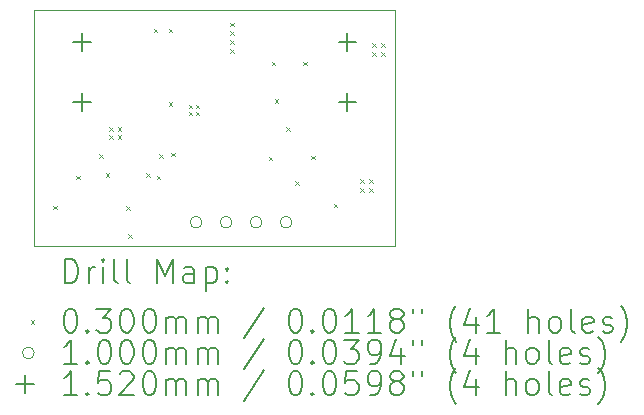
<source format=gbr>
%TF.GenerationSoftware,KiCad,Pcbnew,7.0.11+dfsg-1build4*%
%TF.CreationDate,2025-07-05T19:07:16+02:00*%
%TF.ProjectId,25487,32353438-372e-46b6-9963-61645f706362,rev?*%
%TF.SameCoordinates,Original*%
%TF.FileFunction,Drillmap*%
%TF.FilePolarity,Positive*%
%FSLAX45Y45*%
G04 Gerber Fmt 4.5, Leading zero omitted, Abs format (unit mm)*
G04 Created by KiCad (PCBNEW 7.0.11+dfsg-1build4) date 2025-07-05 19:07:16*
%MOMM*%
%LPD*%
G01*
G04 APERTURE LIST*
%ADD10C,0.050000*%
%ADD11C,0.200000*%
%ADD12C,0.100000*%
%ADD13C,0.152000*%
G04 APERTURE END LIST*
D10*
X10000000Y-10000000D02*
X13050000Y-10000000D01*
X13050000Y-12000000D01*
X10000000Y-12000000D01*
X10000000Y-10000000D01*
D11*
D12*
X10160000Y-11660000D02*
X10190000Y-11690000D01*
X10190000Y-11660000D02*
X10160000Y-11690000D01*
X10355000Y-11405000D02*
X10385000Y-11435000D01*
X10385000Y-11405000D02*
X10355000Y-11435000D01*
X10546500Y-11226250D02*
X10576500Y-11256250D01*
X10576500Y-11226250D02*
X10546500Y-11256250D01*
X10605000Y-11385000D02*
X10635000Y-11415000D01*
X10635000Y-11385000D02*
X10605000Y-11415000D01*
X10635000Y-10995000D02*
X10665000Y-11025000D01*
X10665000Y-10995000D02*
X10635000Y-11025000D01*
X10635000Y-11065000D02*
X10665000Y-11095000D01*
X10665000Y-11065000D02*
X10635000Y-11095000D01*
X10705000Y-10995000D02*
X10735000Y-11025000D01*
X10735000Y-10995000D02*
X10705000Y-11025000D01*
X10705000Y-11065000D02*
X10735000Y-11095000D01*
X10735000Y-11065000D02*
X10705000Y-11095000D01*
X10775000Y-11665000D02*
X10805000Y-11695000D01*
X10805000Y-11665000D02*
X10775000Y-11695000D01*
X10795000Y-11900000D02*
X10825000Y-11930000D01*
X10825000Y-11900000D02*
X10795000Y-11930000D01*
X10945000Y-11385000D02*
X10975000Y-11415000D01*
X10975000Y-11385000D02*
X10945000Y-11415000D01*
X11010000Y-10160000D02*
X11040000Y-10190000D01*
X11040000Y-10160000D02*
X11010000Y-10190000D01*
X11036129Y-11405318D02*
X11066129Y-11435318D01*
X11066129Y-11405318D02*
X11036129Y-11435318D01*
X11054500Y-11226250D02*
X11084500Y-11256250D01*
X11084500Y-11226250D02*
X11054500Y-11256250D01*
X11135000Y-10160000D02*
X11165000Y-10190000D01*
X11165000Y-10160000D02*
X11135000Y-10190000D01*
X11135000Y-10785000D02*
X11165000Y-10815000D01*
X11165000Y-10785000D02*
X11135000Y-10815000D01*
X11160000Y-11210000D02*
X11190000Y-11240000D01*
X11190000Y-11210000D02*
X11160000Y-11240000D01*
X11305000Y-10805000D02*
X11335000Y-10835000D01*
X11335000Y-10805000D02*
X11305000Y-10835000D01*
X11305000Y-10865000D02*
X11335000Y-10895000D01*
X11335000Y-10865000D02*
X11305000Y-10895000D01*
X11365000Y-10805000D02*
X11395000Y-10835000D01*
X11395000Y-10805000D02*
X11365000Y-10835000D01*
X11365000Y-10865000D02*
X11395000Y-10895000D01*
X11395000Y-10865000D02*
X11365000Y-10895000D01*
X11655000Y-10110000D02*
X11685000Y-10140000D01*
X11685000Y-10110000D02*
X11655000Y-10140000D01*
X11655000Y-10185000D02*
X11685000Y-10215000D01*
X11685000Y-10185000D02*
X11655000Y-10215000D01*
X11655000Y-10260000D02*
X11685000Y-10290000D01*
X11685000Y-10260000D02*
X11655000Y-10290000D01*
X11655000Y-10335000D02*
X11685000Y-10365000D01*
X11685000Y-10335000D02*
X11655000Y-10365000D01*
X11985000Y-11245000D02*
X12015000Y-11275000D01*
X12015000Y-11245000D02*
X11985000Y-11275000D01*
X12010000Y-10442500D02*
X12040000Y-10472500D01*
X12040000Y-10442500D02*
X12010000Y-10472500D01*
X12033750Y-10758750D02*
X12063750Y-10788750D01*
X12063750Y-10758750D02*
X12033750Y-10788750D01*
X12130000Y-10995000D02*
X12160000Y-11025000D01*
X12160000Y-10995000D02*
X12130000Y-11025000D01*
X12205361Y-11451000D02*
X12235361Y-11481000D01*
X12235361Y-11451000D02*
X12205361Y-11481000D01*
X12275000Y-10442500D02*
X12305000Y-10472500D01*
X12305000Y-10442500D02*
X12275000Y-10472500D01*
X12345000Y-11235000D02*
X12375000Y-11265000D01*
X12375000Y-11235000D02*
X12345000Y-11265000D01*
X12535000Y-11643750D02*
X12565000Y-11673750D01*
X12565000Y-11643750D02*
X12535000Y-11673750D01*
X12760000Y-11435000D02*
X12790000Y-11465000D01*
X12790000Y-11435000D02*
X12760000Y-11465000D01*
X12760000Y-11510000D02*
X12790000Y-11540000D01*
X12790000Y-11510000D02*
X12760000Y-11540000D01*
X12835000Y-11435000D02*
X12865000Y-11465000D01*
X12865000Y-11435000D02*
X12835000Y-11465000D01*
X12835000Y-11510000D02*
X12865000Y-11540000D01*
X12865000Y-11510000D02*
X12835000Y-11540000D01*
X12860000Y-10285000D02*
X12890000Y-10315000D01*
X12890000Y-10285000D02*
X12860000Y-10315000D01*
X12860000Y-10360000D02*
X12890000Y-10390000D01*
X12890000Y-10360000D02*
X12860000Y-10390000D01*
X12935000Y-10285000D02*
X12965000Y-10315000D01*
X12965000Y-10285000D02*
X12935000Y-10315000D01*
X12935000Y-10360000D02*
X12965000Y-10390000D01*
X12965000Y-10360000D02*
X12935000Y-10390000D01*
X11418000Y-11800000D02*
G75*
G03*
X11318000Y-11800000I-50000J0D01*
G01*
X11318000Y-11800000D02*
G75*
G03*
X11418000Y-11800000I50000J0D01*
G01*
X11672000Y-11800000D02*
G75*
G03*
X11572000Y-11800000I-50000J0D01*
G01*
X11572000Y-11800000D02*
G75*
G03*
X11672000Y-11800000I50000J0D01*
G01*
X11926000Y-11800000D02*
G75*
G03*
X11826000Y-11800000I-50000J0D01*
G01*
X11826000Y-11800000D02*
G75*
G03*
X11926000Y-11800000I50000J0D01*
G01*
X12180000Y-11800000D02*
G75*
G03*
X12080000Y-11800000I-50000J0D01*
G01*
X12080000Y-11800000D02*
G75*
G03*
X12180000Y-11800000I50000J0D01*
G01*
D13*
X10400000Y-10199000D02*
X10400000Y-10351000D01*
X10324000Y-10275000D02*
X10476000Y-10275000D01*
X10400000Y-10707000D02*
X10400000Y-10859000D01*
X10324000Y-10783000D02*
X10476000Y-10783000D01*
X12650000Y-10195000D02*
X12650000Y-10347000D01*
X12574000Y-10271000D02*
X12726000Y-10271000D01*
X12650000Y-10703000D02*
X12650000Y-10855000D01*
X12574000Y-10779000D02*
X12726000Y-10779000D01*
D11*
X10258277Y-12313984D02*
X10258277Y-12113984D01*
X10258277Y-12113984D02*
X10305896Y-12113984D01*
X10305896Y-12113984D02*
X10334467Y-12123508D01*
X10334467Y-12123508D02*
X10353515Y-12142555D01*
X10353515Y-12142555D02*
X10363039Y-12161603D01*
X10363039Y-12161603D02*
X10372563Y-12199698D01*
X10372563Y-12199698D02*
X10372563Y-12228269D01*
X10372563Y-12228269D02*
X10363039Y-12266365D01*
X10363039Y-12266365D02*
X10353515Y-12285412D01*
X10353515Y-12285412D02*
X10334467Y-12304460D01*
X10334467Y-12304460D02*
X10305896Y-12313984D01*
X10305896Y-12313984D02*
X10258277Y-12313984D01*
X10458277Y-12313984D02*
X10458277Y-12180650D01*
X10458277Y-12218746D02*
X10467801Y-12199698D01*
X10467801Y-12199698D02*
X10477324Y-12190174D01*
X10477324Y-12190174D02*
X10496372Y-12180650D01*
X10496372Y-12180650D02*
X10515420Y-12180650D01*
X10582086Y-12313984D02*
X10582086Y-12180650D01*
X10582086Y-12113984D02*
X10572563Y-12123508D01*
X10572563Y-12123508D02*
X10582086Y-12133031D01*
X10582086Y-12133031D02*
X10591610Y-12123508D01*
X10591610Y-12123508D02*
X10582086Y-12113984D01*
X10582086Y-12113984D02*
X10582086Y-12133031D01*
X10705896Y-12313984D02*
X10686848Y-12304460D01*
X10686848Y-12304460D02*
X10677324Y-12285412D01*
X10677324Y-12285412D02*
X10677324Y-12113984D01*
X10810658Y-12313984D02*
X10791610Y-12304460D01*
X10791610Y-12304460D02*
X10782086Y-12285412D01*
X10782086Y-12285412D02*
X10782086Y-12113984D01*
X11039229Y-12313984D02*
X11039229Y-12113984D01*
X11039229Y-12113984D02*
X11105896Y-12256841D01*
X11105896Y-12256841D02*
X11172563Y-12113984D01*
X11172563Y-12113984D02*
X11172563Y-12313984D01*
X11353515Y-12313984D02*
X11353515Y-12209222D01*
X11353515Y-12209222D02*
X11343991Y-12190174D01*
X11343991Y-12190174D02*
X11324943Y-12180650D01*
X11324943Y-12180650D02*
X11286848Y-12180650D01*
X11286848Y-12180650D02*
X11267801Y-12190174D01*
X11353515Y-12304460D02*
X11334467Y-12313984D01*
X11334467Y-12313984D02*
X11286848Y-12313984D01*
X11286848Y-12313984D02*
X11267801Y-12304460D01*
X11267801Y-12304460D02*
X11258277Y-12285412D01*
X11258277Y-12285412D02*
X11258277Y-12266365D01*
X11258277Y-12266365D02*
X11267801Y-12247317D01*
X11267801Y-12247317D02*
X11286848Y-12237793D01*
X11286848Y-12237793D02*
X11334467Y-12237793D01*
X11334467Y-12237793D02*
X11353515Y-12228269D01*
X11448753Y-12180650D02*
X11448753Y-12380650D01*
X11448753Y-12190174D02*
X11467801Y-12180650D01*
X11467801Y-12180650D02*
X11505896Y-12180650D01*
X11505896Y-12180650D02*
X11524943Y-12190174D01*
X11524943Y-12190174D02*
X11534467Y-12199698D01*
X11534467Y-12199698D02*
X11543991Y-12218746D01*
X11543991Y-12218746D02*
X11543991Y-12275888D01*
X11543991Y-12275888D02*
X11534467Y-12294936D01*
X11534467Y-12294936D02*
X11524943Y-12304460D01*
X11524943Y-12304460D02*
X11505896Y-12313984D01*
X11505896Y-12313984D02*
X11467801Y-12313984D01*
X11467801Y-12313984D02*
X11448753Y-12304460D01*
X11629705Y-12294936D02*
X11639229Y-12304460D01*
X11639229Y-12304460D02*
X11629705Y-12313984D01*
X11629705Y-12313984D02*
X11620182Y-12304460D01*
X11620182Y-12304460D02*
X11629705Y-12294936D01*
X11629705Y-12294936D02*
X11629705Y-12313984D01*
X11629705Y-12190174D02*
X11639229Y-12199698D01*
X11639229Y-12199698D02*
X11629705Y-12209222D01*
X11629705Y-12209222D02*
X11620182Y-12199698D01*
X11620182Y-12199698D02*
X11629705Y-12190174D01*
X11629705Y-12190174D02*
X11629705Y-12209222D01*
D12*
X9967500Y-12627500D02*
X9997500Y-12657500D01*
X9997500Y-12627500D02*
X9967500Y-12657500D01*
D11*
X10296372Y-12533984D02*
X10315420Y-12533984D01*
X10315420Y-12533984D02*
X10334467Y-12543508D01*
X10334467Y-12543508D02*
X10343991Y-12553031D01*
X10343991Y-12553031D02*
X10353515Y-12572079D01*
X10353515Y-12572079D02*
X10363039Y-12610174D01*
X10363039Y-12610174D02*
X10363039Y-12657793D01*
X10363039Y-12657793D02*
X10353515Y-12695888D01*
X10353515Y-12695888D02*
X10343991Y-12714936D01*
X10343991Y-12714936D02*
X10334467Y-12724460D01*
X10334467Y-12724460D02*
X10315420Y-12733984D01*
X10315420Y-12733984D02*
X10296372Y-12733984D01*
X10296372Y-12733984D02*
X10277324Y-12724460D01*
X10277324Y-12724460D02*
X10267801Y-12714936D01*
X10267801Y-12714936D02*
X10258277Y-12695888D01*
X10258277Y-12695888D02*
X10248753Y-12657793D01*
X10248753Y-12657793D02*
X10248753Y-12610174D01*
X10248753Y-12610174D02*
X10258277Y-12572079D01*
X10258277Y-12572079D02*
X10267801Y-12553031D01*
X10267801Y-12553031D02*
X10277324Y-12543508D01*
X10277324Y-12543508D02*
X10296372Y-12533984D01*
X10448753Y-12714936D02*
X10458277Y-12724460D01*
X10458277Y-12724460D02*
X10448753Y-12733984D01*
X10448753Y-12733984D02*
X10439229Y-12724460D01*
X10439229Y-12724460D02*
X10448753Y-12714936D01*
X10448753Y-12714936D02*
X10448753Y-12733984D01*
X10524944Y-12533984D02*
X10648753Y-12533984D01*
X10648753Y-12533984D02*
X10582086Y-12610174D01*
X10582086Y-12610174D02*
X10610658Y-12610174D01*
X10610658Y-12610174D02*
X10629705Y-12619698D01*
X10629705Y-12619698D02*
X10639229Y-12629222D01*
X10639229Y-12629222D02*
X10648753Y-12648269D01*
X10648753Y-12648269D02*
X10648753Y-12695888D01*
X10648753Y-12695888D02*
X10639229Y-12714936D01*
X10639229Y-12714936D02*
X10629705Y-12724460D01*
X10629705Y-12724460D02*
X10610658Y-12733984D01*
X10610658Y-12733984D02*
X10553515Y-12733984D01*
X10553515Y-12733984D02*
X10534467Y-12724460D01*
X10534467Y-12724460D02*
X10524944Y-12714936D01*
X10772563Y-12533984D02*
X10791610Y-12533984D01*
X10791610Y-12533984D02*
X10810658Y-12543508D01*
X10810658Y-12543508D02*
X10820182Y-12553031D01*
X10820182Y-12553031D02*
X10829705Y-12572079D01*
X10829705Y-12572079D02*
X10839229Y-12610174D01*
X10839229Y-12610174D02*
X10839229Y-12657793D01*
X10839229Y-12657793D02*
X10829705Y-12695888D01*
X10829705Y-12695888D02*
X10820182Y-12714936D01*
X10820182Y-12714936D02*
X10810658Y-12724460D01*
X10810658Y-12724460D02*
X10791610Y-12733984D01*
X10791610Y-12733984D02*
X10772563Y-12733984D01*
X10772563Y-12733984D02*
X10753515Y-12724460D01*
X10753515Y-12724460D02*
X10743991Y-12714936D01*
X10743991Y-12714936D02*
X10734467Y-12695888D01*
X10734467Y-12695888D02*
X10724944Y-12657793D01*
X10724944Y-12657793D02*
X10724944Y-12610174D01*
X10724944Y-12610174D02*
X10734467Y-12572079D01*
X10734467Y-12572079D02*
X10743991Y-12553031D01*
X10743991Y-12553031D02*
X10753515Y-12543508D01*
X10753515Y-12543508D02*
X10772563Y-12533984D01*
X10963039Y-12533984D02*
X10982086Y-12533984D01*
X10982086Y-12533984D02*
X11001134Y-12543508D01*
X11001134Y-12543508D02*
X11010658Y-12553031D01*
X11010658Y-12553031D02*
X11020182Y-12572079D01*
X11020182Y-12572079D02*
X11029705Y-12610174D01*
X11029705Y-12610174D02*
X11029705Y-12657793D01*
X11029705Y-12657793D02*
X11020182Y-12695888D01*
X11020182Y-12695888D02*
X11010658Y-12714936D01*
X11010658Y-12714936D02*
X11001134Y-12724460D01*
X11001134Y-12724460D02*
X10982086Y-12733984D01*
X10982086Y-12733984D02*
X10963039Y-12733984D01*
X10963039Y-12733984D02*
X10943991Y-12724460D01*
X10943991Y-12724460D02*
X10934467Y-12714936D01*
X10934467Y-12714936D02*
X10924944Y-12695888D01*
X10924944Y-12695888D02*
X10915420Y-12657793D01*
X10915420Y-12657793D02*
X10915420Y-12610174D01*
X10915420Y-12610174D02*
X10924944Y-12572079D01*
X10924944Y-12572079D02*
X10934467Y-12553031D01*
X10934467Y-12553031D02*
X10943991Y-12543508D01*
X10943991Y-12543508D02*
X10963039Y-12533984D01*
X11115420Y-12733984D02*
X11115420Y-12600650D01*
X11115420Y-12619698D02*
X11124944Y-12610174D01*
X11124944Y-12610174D02*
X11143991Y-12600650D01*
X11143991Y-12600650D02*
X11172563Y-12600650D01*
X11172563Y-12600650D02*
X11191610Y-12610174D01*
X11191610Y-12610174D02*
X11201134Y-12629222D01*
X11201134Y-12629222D02*
X11201134Y-12733984D01*
X11201134Y-12629222D02*
X11210658Y-12610174D01*
X11210658Y-12610174D02*
X11229705Y-12600650D01*
X11229705Y-12600650D02*
X11258277Y-12600650D01*
X11258277Y-12600650D02*
X11277324Y-12610174D01*
X11277324Y-12610174D02*
X11286848Y-12629222D01*
X11286848Y-12629222D02*
X11286848Y-12733984D01*
X11382086Y-12733984D02*
X11382086Y-12600650D01*
X11382086Y-12619698D02*
X11391610Y-12610174D01*
X11391610Y-12610174D02*
X11410658Y-12600650D01*
X11410658Y-12600650D02*
X11439229Y-12600650D01*
X11439229Y-12600650D02*
X11458277Y-12610174D01*
X11458277Y-12610174D02*
X11467801Y-12629222D01*
X11467801Y-12629222D02*
X11467801Y-12733984D01*
X11467801Y-12629222D02*
X11477324Y-12610174D01*
X11477324Y-12610174D02*
X11496372Y-12600650D01*
X11496372Y-12600650D02*
X11524943Y-12600650D01*
X11524943Y-12600650D02*
X11543991Y-12610174D01*
X11543991Y-12610174D02*
X11553515Y-12629222D01*
X11553515Y-12629222D02*
X11553515Y-12733984D01*
X11943991Y-12524460D02*
X11772563Y-12781603D01*
X12201134Y-12533984D02*
X12220182Y-12533984D01*
X12220182Y-12533984D02*
X12239229Y-12543508D01*
X12239229Y-12543508D02*
X12248753Y-12553031D01*
X12248753Y-12553031D02*
X12258277Y-12572079D01*
X12258277Y-12572079D02*
X12267801Y-12610174D01*
X12267801Y-12610174D02*
X12267801Y-12657793D01*
X12267801Y-12657793D02*
X12258277Y-12695888D01*
X12258277Y-12695888D02*
X12248753Y-12714936D01*
X12248753Y-12714936D02*
X12239229Y-12724460D01*
X12239229Y-12724460D02*
X12220182Y-12733984D01*
X12220182Y-12733984D02*
X12201134Y-12733984D01*
X12201134Y-12733984D02*
X12182086Y-12724460D01*
X12182086Y-12724460D02*
X12172563Y-12714936D01*
X12172563Y-12714936D02*
X12163039Y-12695888D01*
X12163039Y-12695888D02*
X12153515Y-12657793D01*
X12153515Y-12657793D02*
X12153515Y-12610174D01*
X12153515Y-12610174D02*
X12163039Y-12572079D01*
X12163039Y-12572079D02*
X12172563Y-12553031D01*
X12172563Y-12553031D02*
X12182086Y-12543508D01*
X12182086Y-12543508D02*
X12201134Y-12533984D01*
X12353515Y-12714936D02*
X12363039Y-12724460D01*
X12363039Y-12724460D02*
X12353515Y-12733984D01*
X12353515Y-12733984D02*
X12343991Y-12724460D01*
X12343991Y-12724460D02*
X12353515Y-12714936D01*
X12353515Y-12714936D02*
X12353515Y-12733984D01*
X12486848Y-12533984D02*
X12505896Y-12533984D01*
X12505896Y-12533984D02*
X12524944Y-12543508D01*
X12524944Y-12543508D02*
X12534467Y-12553031D01*
X12534467Y-12553031D02*
X12543991Y-12572079D01*
X12543991Y-12572079D02*
X12553515Y-12610174D01*
X12553515Y-12610174D02*
X12553515Y-12657793D01*
X12553515Y-12657793D02*
X12543991Y-12695888D01*
X12543991Y-12695888D02*
X12534467Y-12714936D01*
X12534467Y-12714936D02*
X12524944Y-12724460D01*
X12524944Y-12724460D02*
X12505896Y-12733984D01*
X12505896Y-12733984D02*
X12486848Y-12733984D01*
X12486848Y-12733984D02*
X12467801Y-12724460D01*
X12467801Y-12724460D02*
X12458277Y-12714936D01*
X12458277Y-12714936D02*
X12448753Y-12695888D01*
X12448753Y-12695888D02*
X12439229Y-12657793D01*
X12439229Y-12657793D02*
X12439229Y-12610174D01*
X12439229Y-12610174D02*
X12448753Y-12572079D01*
X12448753Y-12572079D02*
X12458277Y-12553031D01*
X12458277Y-12553031D02*
X12467801Y-12543508D01*
X12467801Y-12543508D02*
X12486848Y-12533984D01*
X12743991Y-12733984D02*
X12629706Y-12733984D01*
X12686848Y-12733984D02*
X12686848Y-12533984D01*
X12686848Y-12533984D02*
X12667801Y-12562555D01*
X12667801Y-12562555D02*
X12648753Y-12581603D01*
X12648753Y-12581603D02*
X12629706Y-12591127D01*
X12934467Y-12733984D02*
X12820182Y-12733984D01*
X12877325Y-12733984D02*
X12877325Y-12533984D01*
X12877325Y-12533984D02*
X12858277Y-12562555D01*
X12858277Y-12562555D02*
X12839229Y-12581603D01*
X12839229Y-12581603D02*
X12820182Y-12591127D01*
X13048753Y-12619698D02*
X13029706Y-12610174D01*
X13029706Y-12610174D02*
X13020182Y-12600650D01*
X13020182Y-12600650D02*
X13010658Y-12581603D01*
X13010658Y-12581603D02*
X13010658Y-12572079D01*
X13010658Y-12572079D02*
X13020182Y-12553031D01*
X13020182Y-12553031D02*
X13029706Y-12543508D01*
X13029706Y-12543508D02*
X13048753Y-12533984D01*
X13048753Y-12533984D02*
X13086848Y-12533984D01*
X13086848Y-12533984D02*
X13105896Y-12543508D01*
X13105896Y-12543508D02*
X13115420Y-12553031D01*
X13115420Y-12553031D02*
X13124944Y-12572079D01*
X13124944Y-12572079D02*
X13124944Y-12581603D01*
X13124944Y-12581603D02*
X13115420Y-12600650D01*
X13115420Y-12600650D02*
X13105896Y-12610174D01*
X13105896Y-12610174D02*
X13086848Y-12619698D01*
X13086848Y-12619698D02*
X13048753Y-12619698D01*
X13048753Y-12619698D02*
X13029706Y-12629222D01*
X13029706Y-12629222D02*
X13020182Y-12638746D01*
X13020182Y-12638746D02*
X13010658Y-12657793D01*
X13010658Y-12657793D02*
X13010658Y-12695888D01*
X13010658Y-12695888D02*
X13020182Y-12714936D01*
X13020182Y-12714936D02*
X13029706Y-12724460D01*
X13029706Y-12724460D02*
X13048753Y-12733984D01*
X13048753Y-12733984D02*
X13086848Y-12733984D01*
X13086848Y-12733984D02*
X13105896Y-12724460D01*
X13105896Y-12724460D02*
X13115420Y-12714936D01*
X13115420Y-12714936D02*
X13124944Y-12695888D01*
X13124944Y-12695888D02*
X13124944Y-12657793D01*
X13124944Y-12657793D02*
X13115420Y-12638746D01*
X13115420Y-12638746D02*
X13105896Y-12629222D01*
X13105896Y-12629222D02*
X13086848Y-12619698D01*
X13201134Y-12533984D02*
X13201134Y-12572079D01*
X13277325Y-12533984D02*
X13277325Y-12572079D01*
X13572563Y-12810174D02*
X13563039Y-12800650D01*
X13563039Y-12800650D02*
X13543991Y-12772079D01*
X13543991Y-12772079D02*
X13534468Y-12753031D01*
X13534468Y-12753031D02*
X13524944Y-12724460D01*
X13524944Y-12724460D02*
X13515420Y-12676841D01*
X13515420Y-12676841D02*
X13515420Y-12638746D01*
X13515420Y-12638746D02*
X13524944Y-12591127D01*
X13524944Y-12591127D02*
X13534468Y-12562555D01*
X13534468Y-12562555D02*
X13543991Y-12543508D01*
X13543991Y-12543508D02*
X13563039Y-12514936D01*
X13563039Y-12514936D02*
X13572563Y-12505412D01*
X13734468Y-12600650D02*
X13734468Y-12733984D01*
X13686848Y-12524460D02*
X13639229Y-12667317D01*
X13639229Y-12667317D02*
X13763039Y-12667317D01*
X13943991Y-12733984D02*
X13829706Y-12733984D01*
X13886848Y-12733984D02*
X13886848Y-12533984D01*
X13886848Y-12533984D02*
X13867801Y-12562555D01*
X13867801Y-12562555D02*
X13848753Y-12581603D01*
X13848753Y-12581603D02*
X13829706Y-12591127D01*
X14182087Y-12733984D02*
X14182087Y-12533984D01*
X14267801Y-12733984D02*
X14267801Y-12629222D01*
X14267801Y-12629222D02*
X14258277Y-12610174D01*
X14258277Y-12610174D02*
X14239230Y-12600650D01*
X14239230Y-12600650D02*
X14210658Y-12600650D01*
X14210658Y-12600650D02*
X14191610Y-12610174D01*
X14191610Y-12610174D02*
X14182087Y-12619698D01*
X14391610Y-12733984D02*
X14372563Y-12724460D01*
X14372563Y-12724460D02*
X14363039Y-12714936D01*
X14363039Y-12714936D02*
X14353515Y-12695888D01*
X14353515Y-12695888D02*
X14353515Y-12638746D01*
X14353515Y-12638746D02*
X14363039Y-12619698D01*
X14363039Y-12619698D02*
X14372563Y-12610174D01*
X14372563Y-12610174D02*
X14391610Y-12600650D01*
X14391610Y-12600650D02*
X14420182Y-12600650D01*
X14420182Y-12600650D02*
X14439230Y-12610174D01*
X14439230Y-12610174D02*
X14448753Y-12619698D01*
X14448753Y-12619698D02*
X14458277Y-12638746D01*
X14458277Y-12638746D02*
X14458277Y-12695888D01*
X14458277Y-12695888D02*
X14448753Y-12714936D01*
X14448753Y-12714936D02*
X14439230Y-12724460D01*
X14439230Y-12724460D02*
X14420182Y-12733984D01*
X14420182Y-12733984D02*
X14391610Y-12733984D01*
X14572563Y-12733984D02*
X14553515Y-12724460D01*
X14553515Y-12724460D02*
X14543991Y-12705412D01*
X14543991Y-12705412D02*
X14543991Y-12533984D01*
X14724944Y-12724460D02*
X14705896Y-12733984D01*
X14705896Y-12733984D02*
X14667801Y-12733984D01*
X14667801Y-12733984D02*
X14648753Y-12724460D01*
X14648753Y-12724460D02*
X14639230Y-12705412D01*
X14639230Y-12705412D02*
X14639230Y-12629222D01*
X14639230Y-12629222D02*
X14648753Y-12610174D01*
X14648753Y-12610174D02*
X14667801Y-12600650D01*
X14667801Y-12600650D02*
X14705896Y-12600650D01*
X14705896Y-12600650D02*
X14724944Y-12610174D01*
X14724944Y-12610174D02*
X14734468Y-12629222D01*
X14734468Y-12629222D02*
X14734468Y-12648269D01*
X14734468Y-12648269D02*
X14639230Y-12667317D01*
X14810658Y-12724460D02*
X14829706Y-12733984D01*
X14829706Y-12733984D02*
X14867801Y-12733984D01*
X14867801Y-12733984D02*
X14886849Y-12724460D01*
X14886849Y-12724460D02*
X14896372Y-12705412D01*
X14896372Y-12705412D02*
X14896372Y-12695888D01*
X14896372Y-12695888D02*
X14886849Y-12676841D01*
X14886849Y-12676841D02*
X14867801Y-12667317D01*
X14867801Y-12667317D02*
X14839230Y-12667317D01*
X14839230Y-12667317D02*
X14820182Y-12657793D01*
X14820182Y-12657793D02*
X14810658Y-12638746D01*
X14810658Y-12638746D02*
X14810658Y-12629222D01*
X14810658Y-12629222D02*
X14820182Y-12610174D01*
X14820182Y-12610174D02*
X14839230Y-12600650D01*
X14839230Y-12600650D02*
X14867801Y-12600650D01*
X14867801Y-12600650D02*
X14886849Y-12610174D01*
X14963039Y-12810174D02*
X14972563Y-12800650D01*
X14972563Y-12800650D02*
X14991611Y-12772079D01*
X14991611Y-12772079D02*
X15001134Y-12753031D01*
X15001134Y-12753031D02*
X15010658Y-12724460D01*
X15010658Y-12724460D02*
X15020182Y-12676841D01*
X15020182Y-12676841D02*
X15020182Y-12638746D01*
X15020182Y-12638746D02*
X15010658Y-12591127D01*
X15010658Y-12591127D02*
X15001134Y-12562555D01*
X15001134Y-12562555D02*
X14991611Y-12543508D01*
X14991611Y-12543508D02*
X14972563Y-12514936D01*
X14972563Y-12514936D02*
X14963039Y-12505412D01*
D12*
X9997500Y-12906500D02*
G75*
G03*
X9897500Y-12906500I-50000J0D01*
G01*
X9897500Y-12906500D02*
G75*
G03*
X9997500Y-12906500I50000J0D01*
G01*
D11*
X10363039Y-12997984D02*
X10248753Y-12997984D01*
X10305896Y-12997984D02*
X10305896Y-12797984D01*
X10305896Y-12797984D02*
X10286848Y-12826555D01*
X10286848Y-12826555D02*
X10267801Y-12845603D01*
X10267801Y-12845603D02*
X10248753Y-12855127D01*
X10448753Y-12978936D02*
X10458277Y-12988460D01*
X10458277Y-12988460D02*
X10448753Y-12997984D01*
X10448753Y-12997984D02*
X10439229Y-12988460D01*
X10439229Y-12988460D02*
X10448753Y-12978936D01*
X10448753Y-12978936D02*
X10448753Y-12997984D01*
X10582086Y-12797984D02*
X10601134Y-12797984D01*
X10601134Y-12797984D02*
X10620182Y-12807508D01*
X10620182Y-12807508D02*
X10629705Y-12817031D01*
X10629705Y-12817031D02*
X10639229Y-12836079D01*
X10639229Y-12836079D02*
X10648753Y-12874174D01*
X10648753Y-12874174D02*
X10648753Y-12921793D01*
X10648753Y-12921793D02*
X10639229Y-12959888D01*
X10639229Y-12959888D02*
X10629705Y-12978936D01*
X10629705Y-12978936D02*
X10620182Y-12988460D01*
X10620182Y-12988460D02*
X10601134Y-12997984D01*
X10601134Y-12997984D02*
X10582086Y-12997984D01*
X10582086Y-12997984D02*
X10563039Y-12988460D01*
X10563039Y-12988460D02*
X10553515Y-12978936D01*
X10553515Y-12978936D02*
X10543991Y-12959888D01*
X10543991Y-12959888D02*
X10534467Y-12921793D01*
X10534467Y-12921793D02*
X10534467Y-12874174D01*
X10534467Y-12874174D02*
X10543991Y-12836079D01*
X10543991Y-12836079D02*
X10553515Y-12817031D01*
X10553515Y-12817031D02*
X10563039Y-12807508D01*
X10563039Y-12807508D02*
X10582086Y-12797984D01*
X10772563Y-12797984D02*
X10791610Y-12797984D01*
X10791610Y-12797984D02*
X10810658Y-12807508D01*
X10810658Y-12807508D02*
X10820182Y-12817031D01*
X10820182Y-12817031D02*
X10829705Y-12836079D01*
X10829705Y-12836079D02*
X10839229Y-12874174D01*
X10839229Y-12874174D02*
X10839229Y-12921793D01*
X10839229Y-12921793D02*
X10829705Y-12959888D01*
X10829705Y-12959888D02*
X10820182Y-12978936D01*
X10820182Y-12978936D02*
X10810658Y-12988460D01*
X10810658Y-12988460D02*
X10791610Y-12997984D01*
X10791610Y-12997984D02*
X10772563Y-12997984D01*
X10772563Y-12997984D02*
X10753515Y-12988460D01*
X10753515Y-12988460D02*
X10743991Y-12978936D01*
X10743991Y-12978936D02*
X10734467Y-12959888D01*
X10734467Y-12959888D02*
X10724944Y-12921793D01*
X10724944Y-12921793D02*
X10724944Y-12874174D01*
X10724944Y-12874174D02*
X10734467Y-12836079D01*
X10734467Y-12836079D02*
X10743991Y-12817031D01*
X10743991Y-12817031D02*
X10753515Y-12807508D01*
X10753515Y-12807508D02*
X10772563Y-12797984D01*
X10963039Y-12797984D02*
X10982086Y-12797984D01*
X10982086Y-12797984D02*
X11001134Y-12807508D01*
X11001134Y-12807508D02*
X11010658Y-12817031D01*
X11010658Y-12817031D02*
X11020182Y-12836079D01*
X11020182Y-12836079D02*
X11029705Y-12874174D01*
X11029705Y-12874174D02*
X11029705Y-12921793D01*
X11029705Y-12921793D02*
X11020182Y-12959888D01*
X11020182Y-12959888D02*
X11010658Y-12978936D01*
X11010658Y-12978936D02*
X11001134Y-12988460D01*
X11001134Y-12988460D02*
X10982086Y-12997984D01*
X10982086Y-12997984D02*
X10963039Y-12997984D01*
X10963039Y-12997984D02*
X10943991Y-12988460D01*
X10943991Y-12988460D02*
X10934467Y-12978936D01*
X10934467Y-12978936D02*
X10924944Y-12959888D01*
X10924944Y-12959888D02*
X10915420Y-12921793D01*
X10915420Y-12921793D02*
X10915420Y-12874174D01*
X10915420Y-12874174D02*
X10924944Y-12836079D01*
X10924944Y-12836079D02*
X10934467Y-12817031D01*
X10934467Y-12817031D02*
X10943991Y-12807508D01*
X10943991Y-12807508D02*
X10963039Y-12797984D01*
X11115420Y-12997984D02*
X11115420Y-12864650D01*
X11115420Y-12883698D02*
X11124944Y-12874174D01*
X11124944Y-12874174D02*
X11143991Y-12864650D01*
X11143991Y-12864650D02*
X11172563Y-12864650D01*
X11172563Y-12864650D02*
X11191610Y-12874174D01*
X11191610Y-12874174D02*
X11201134Y-12893222D01*
X11201134Y-12893222D02*
X11201134Y-12997984D01*
X11201134Y-12893222D02*
X11210658Y-12874174D01*
X11210658Y-12874174D02*
X11229705Y-12864650D01*
X11229705Y-12864650D02*
X11258277Y-12864650D01*
X11258277Y-12864650D02*
X11277324Y-12874174D01*
X11277324Y-12874174D02*
X11286848Y-12893222D01*
X11286848Y-12893222D02*
X11286848Y-12997984D01*
X11382086Y-12997984D02*
X11382086Y-12864650D01*
X11382086Y-12883698D02*
X11391610Y-12874174D01*
X11391610Y-12874174D02*
X11410658Y-12864650D01*
X11410658Y-12864650D02*
X11439229Y-12864650D01*
X11439229Y-12864650D02*
X11458277Y-12874174D01*
X11458277Y-12874174D02*
X11467801Y-12893222D01*
X11467801Y-12893222D02*
X11467801Y-12997984D01*
X11467801Y-12893222D02*
X11477324Y-12874174D01*
X11477324Y-12874174D02*
X11496372Y-12864650D01*
X11496372Y-12864650D02*
X11524943Y-12864650D01*
X11524943Y-12864650D02*
X11543991Y-12874174D01*
X11543991Y-12874174D02*
X11553515Y-12893222D01*
X11553515Y-12893222D02*
X11553515Y-12997984D01*
X11943991Y-12788460D02*
X11772563Y-13045603D01*
X12201134Y-12797984D02*
X12220182Y-12797984D01*
X12220182Y-12797984D02*
X12239229Y-12807508D01*
X12239229Y-12807508D02*
X12248753Y-12817031D01*
X12248753Y-12817031D02*
X12258277Y-12836079D01*
X12258277Y-12836079D02*
X12267801Y-12874174D01*
X12267801Y-12874174D02*
X12267801Y-12921793D01*
X12267801Y-12921793D02*
X12258277Y-12959888D01*
X12258277Y-12959888D02*
X12248753Y-12978936D01*
X12248753Y-12978936D02*
X12239229Y-12988460D01*
X12239229Y-12988460D02*
X12220182Y-12997984D01*
X12220182Y-12997984D02*
X12201134Y-12997984D01*
X12201134Y-12997984D02*
X12182086Y-12988460D01*
X12182086Y-12988460D02*
X12172563Y-12978936D01*
X12172563Y-12978936D02*
X12163039Y-12959888D01*
X12163039Y-12959888D02*
X12153515Y-12921793D01*
X12153515Y-12921793D02*
X12153515Y-12874174D01*
X12153515Y-12874174D02*
X12163039Y-12836079D01*
X12163039Y-12836079D02*
X12172563Y-12817031D01*
X12172563Y-12817031D02*
X12182086Y-12807508D01*
X12182086Y-12807508D02*
X12201134Y-12797984D01*
X12353515Y-12978936D02*
X12363039Y-12988460D01*
X12363039Y-12988460D02*
X12353515Y-12997984D01*
X12353515Y-12997984D02*
X12343991Y-12988460D01*
X12343991Y-12988460D02*
X12353515Y-12978936D01*
X12353515Y-12978936D02*
X12353515Y-12997984D01*
X12486848Y-12797984D02*
X12505896Y-12797984D01*
X12505896Y-12797984D02*
X12524944Y-12807508D01*
X12524944Y-12807508D02*
X12534467Y-12817031D01*
X12534467Y-12817031D02*
X12543991Y-12836079D01*
X12543991Y-12836079D02*
X12553515Y-12874174D01*
X12553515Y-12874174D02*
X12553515Y-12921793D01*
X12553515Y-12921793D02*
X12543991Y-12959888D01*
X12543991Y-12959888D02*
X12534467Y-12978936D01*
X12534467Y-12978936D02*
X12524944Y-12988460D01*
X12524944Y-12988460D02*
X12505896Y-12997984D01*
X12505896Y-12997984D02*
X12486848Y-12997984D01*
X12486848Y-12997984D02*
X12467801Y-12988460D01*
X12467801Y-12988460D02*
X12458277Y-12978936D01*
X12458277Y-12978936D02*
X12448753Y-12959888D01*
X12448753Y-12959888D02*
X12439229Y-12921793D01*
X12439229Y-12921793D02*
X12439229Y-12874174D01*
X12439229Y-12874174D02*
X12448753Y-12836079D01*
X12448753Y-12836079D02*
X12458277Y-12817031D01*
X12458277Y-12817031D02*
X12467801Y-12807508D01*
X12467801Y-12807508D02*
X12486848Y-12797984D01*
X12620182Y-12797984D02*
X12743991Y-12797984D01*
X12743991Y-12797984D02*
X12677325Y-12874174D01*
X12677325Y-12874174D02*
X12705896Y-12874174D01*
X12705896Y-12874174D02*
X12724944Y-12883698D01*
X12724944Y-12883698D02*
X12734467Y-12893222D01*
X12734467Y-12893222D02*
X12743991Y-12912269D01*
X12743991Y-12912269D02*
X12743991Y-12959888D01*
X12743991Y-12959888D02*
X12734467Y-12978936D01*
X12734467Y-12978936D02*
X12724944Y-12988460D01*
X12724944Y-12988460D02*
X12705896Y-12997984D01*
X12705896Y-12997984D02*
X12648753Y-12997984D01*
X12648753Y-12997984D02*
X12629706Y-12988460D01*
X12629706Y-12988460D02*
X12620182Y-12978936D01*
X12839229Y-12997984D02*
X12877325Y-12997984D01*
X12877325Y-12997984D02*
X12896372Y-12988460D01*
X12896372Y-12988460D02*
X12905896Y-12978936D01*
X12905896Y-12978936D02*
X12924944Y-12950365D01*
X12924944Y-12950365D02*
X12934467Y-12912269D01*
X12934467Y-12912269D02*
X12934467Y-12836079D01*
X12934467Y-12836079D02*
X12924944Y-12817031D01*
X12924944Y-12817031D02*
X12915420Y-12807508D01*
X12915420Y-12807508D02*
X12896372Y-12797984D01*
X12896372Y-12797984D02*
X12858277Y-12797984D01*
X12858277Y-12797984D02*
X12839229Y-12807508D01*
X12839229Y-12807508D02*
X12829706Y-12817031D01*
X12829706Y-12817031D02*
X12820182Y-12836079D01*
X12820182Y-12836079D02*
X12820182Y-12883698D01*
X12820182Y-12883698D02*
X12829706Y-12902746D01*
X12829706Y-12902746D02*
X12839229Y-12912269D01*
X12839229Y-12912269D02*
X12858277Y-12921793D01*
X12858277Y-12921793D02*
X12896372Y-12921793D01*
X12896372Y-12921793D02*
X12915420Y-12912269D01*
X12915420Y-12912269D02*
X12924944Y-12902746D01*
X12924944Y-12902746D02*
X12934467Y-12883698D01*
X13105896Y-12864650D02*
X13105896Y-12997984D01*
X13058277Y-12788460D02*
X13010658Y-12931317D01*
X13010658Y-12931317D02*
X13134467Y-12931317D01*
X13201134Y-12797984D02*
X13201134Y-12836079D01*
X13277325Y-12797984D02*
X13277325Y-12836079D01*
X13572563Y-13074174D02*
X13563039Y-13064650D01*
X13563039Y-13064650D02*
X13543991Y-13036079D01*
X13543991Y-13036079D02*
X13534468Y-13017031D01*
X13534468Y-13017031D02*
X13524944Y-12988460D01*
X13524944Y-12988460D02*
X13515420Y-12940841D01*
X13515420Y-12940841D02*
X13515420Y-12902746D01*
X13515420Y-12902746D02*
X13524944Y-12855127D01*
X13524944Y-12855127D02*
X13534468Y-12826555D01*
X13534468Y-12826555D02*
X13543991Y-12807508D01*
X13543991Y-12807508D02*
X13563039Y-12778936D01*
X13563039Y-12778936D02*
X13572563Y-12769412D01*
X13734468Y-12864650D02*
X13734468Y-12997984D01*
X13686848Y-12788460D02*
X13639229Y-12931317D01*
X13639229Y-12931317D02*
X13763039Y-12931317D01*
X13991610Y-12997984D02*
X13991610Y-12797984D01*
X14077325Y-12997984D02*
X14077325Y-12893222D01*
X14077325Y-12893222D02*
X14067801Y-12874174D01*
X14067801Y-12874174D02*
X14048753Y-12864650D01*
X14048753Y-12864650D02*
X14020182Y-12864650D01*
X14020182Y-12864650D02*
X14001134Y-12874174D01*
X14001134Y-12874174D02*
X13991610Y-12883698D01*
X14201134Y-12997984D02*
X14182087Y-12988460D01*
X14182087Y-12988460D02*
X14172563Y-12978936D01*
X14172563Y-12978936D02*
X14163039Y-12959888D01*
X14163039Y-12959888D02*
X14163039Y-12902746D01*
X14163039Y-12902746D02*
X14172563Y-12883698D01*
X14172563Y-12883698D02*
X14182087Y-12874174D01*
X14182087Y-12874174D02*
X14201134Y-12864650D01*
X14201134Y-12864650D02*
X14229706Y-12864650D01*
X14229706Y-12864650D02*
X14248753Y-12874174D01*
X14248753Y-12874174D02*
X14258277Y-12883698D01*
X14258277Y-12883698D02*
X14267801Y-12902746D01*
X14267801Y-12902746D02*
X14267801Y-12959888D01*
X14267801Y-12959888D02*
X14258277Y-12978936D01*
X14258277Y-12978936D02*
X14248753Y-12988460D01*
X14248753Y-12988460D02*
X14229706Y-12997984D01*
X14229706Y-12997984D02*
X14201134Y-12997984D01*
X14382087Y-12997984D02*
X14363039Y-12988460D01*
X14363039Y-12988460D02*
X14353515Y-12969412D01*
X14353515Y-12969412D02*
X14353515Y-12797984D01*
X14534468Y-12988460D02*
X14515420Y-12997984D01*
X14515420Y-12997984D02*
X14477325Y-12997984D01*
X14477325Y-12997984D02*
X14458277Y-12988460D01*
X14458277Y-12988460D02*
X14448753Y-12969412D01*
X14448753Y-12969412D02*
X14448753Y-12893222D01*
X14448753Y-12893222D02*
X14458277Y-12874174D01*
X14458277Y-12874174D02*
X14477325Y-12864650D01*
X14477325Y-12864650D02*
X14515420Y-12864650D01*
X14515420Y-12864650D02*
X14534468Y-12874174D01*
X14534468Y-12874174D02*
X14543991Y-12893222D01*
X14543991Y-12893222D02*
X14543991Y-12912269D01*
X14543991Y-12912269D02*
X14448753Y-12931317D01*
X14620182Y-12988460D02*
X14639230Y-12997984D01*
X14639230Y-12997984D02*
X14677325Y-12997984D01*
X14677325Y-12997984D02*
X14696372Y-12988460D01*
X14696372Y-12988460D02*
X14705896Y-12969412D01*
X14705896Y-12969412D02*
X14705896Y-12959888D01*
X14705896Y-12959888D02*
X14696372Y-12940841D01*
X14696372Y-12940841D02*
X14677325Y-12931317D01*
X14677325Y-12931317D02*
X14648753Y-12931317D01*
X14648753Y-12931317D02*
X14629706Y-12921793D01*
X14629706Y-12921793D02*
X14620182Y-12902746D01*
X14620182Y-12902746D02*
X14620182Y-12893222D01*
X14620182Y-12893222D02*
X14629706Y-12874174D01*
X14629706Y-12874174D02*
X14648753Y-12864650D01*
X14648753Y-12864650D02*
X14677325Y-12864650D01*
X14677325Y-12864650D02*
X14696372Y-12874174D01*
X14772563Y-13074174D02*
X14782087Y-13064650D01*
X14782087Y-13064650D02*
X14801134Y-13036079D01*
X14801134Y-13036079D02*
X14810658Y-13017031D01*
X14810658Y-13017031D02*
X14820182Y-12988460D01*
X14820182Y-12988460D02*
X14829706Y-12940841D01*
X14829706Y-12940841D02*
X14829706Y-12902746D01*
X14829706Y-12902746D02*
X14820182Y-12855127D01*
X14820182Y-12855127D02*
X14810658Y-12826555D01*
X14810658Y-12826555D02*
X14801134Y-12807508D01*
X14801134Y-12807508D02*
X14782087Y-12778936D01*
X14782087Y-12778936D02*
X14772563Y-12769412D01*
D13*
X9921500Y-13094500D02*
X9921500Y-13246500D01*
X9845500Y-13170500D02*
X9997500Y-13170500D01*
D11*
X10363039Y-13261984D02*
X10248753Y-13261984D01*
X10305896Y-13261984D02*
X10305896Y-13061984D01*
X10305896Y-13061984D02*
X10286848Y-13090555D01*
X10286848Y-13090555D02*
X10267801Y-13109603D01*
X10267801Y-13109603D02*
X10248753Y-13119127D01*
X10448753Y-13242936D02*
X10458277Y-13252460D01*
X10458277Y-13252460D02*
X10448753Y-13261984D01*
X10448753Y-13261984D02*
X10439229Y-13252460D01*
X10439229Y-13252460D02*
X10448753Y-13242936D01*
X10448753Y-13242936D02*
X10448753Y-13261984D01*
X10639229Y-13061984D02*
X10543991Y-13061984D01*
X10543991Y-13061984D02*
X10534467Y-13157222D01*
X10534467Y-13157222D02*
X10543991Y-13147698D01*
X10543991Y-13147698D02*
X10563039Y-13138174D01*
X10563039Y-13138174D02*
X10610658Y-13138174D01*
X10610658Y-13138174D02*
X10629705Y-13147698D01*
X10629705Y-13147698D02*
X10639229Y-13157222D01*
X10639229Y-13157222D02*
X10648753Y-13176269D01*
X10648753Y-13176269D02*
X10648753Y-13223888D01*
X10648753Y-13223888D02*
X10639229Y-13242936D01*
X10639229Y-13242936D02*
X10629705Y-13252460D01*
X10629705Y-13252460D02*
X10610658Y-13261984D01*
X10610658Y-13261984D02*
X10563039Y-13261984D01*
X10563039Y-13261984D02*
X10543991Y-13252460D01*
X10543991Y-13252460D02*
X10534467Y-13242936D01*
X10724944Y-13081031D02*
X10734467Y-13071508D01*
X10734467Y-13071508D02*
X10753515Y-13061984D01*
X10753515Y-13061984D02*
X10801134Y-13061984D01*
X10801134Y-13061984D02*
X10820182Y-13071508D01*
X10820182Y-13071508D02*
X10829705Y-13081031D01*
X10829705Y-13081031D02*
X10839229Y-13100079D01*
X10839229Y-13100079D02*
X10839229Y-13119127D01*
X10839229Y-13119127D02*
X10829705Y-13147698D01*
X10829705Y-13147698D02*
X10715420Y-13261984D01*
X10715420Y-13261984D02*
X10839229Y-13261984D01*
X10963039Y-13061984D02*
X10982086Y-13061984D01*
X10982086Y-13061984D02*
X11001134Y-13071508D01*
X11001134Y-13071508D02*
X11010658Y-13081031D01*
X11010658Y-13081031D02*
X11020182Y-13100079D01*
X11020182Y-13100079D02*
X11029705Y-13138174D01*
X11029705Y-13138174D02*
X11029705Y-13185793D01*
X11029705Y-13185793D02*
X11020182Y-13223888D01*
X11020182Y-13223888D02*
X11010658Y-13242936D01*
X11010658Y-13242936D02*
X11001134Y-13252460D01*
X11001134Y-13252460D02*
X10982086Y-13261984D01*
X10982086Y-13261984D02*
X10963039Y-13261984D01*
X10963039Y-13261984D02*
X10943991Y-13252460D01*
X10943991Y-13252460D02*
X10934467Y-13242936D01*
X10934467Y-13242936D02*
X10924944Y-13223888D01*
X10924944Y-13223888D02*
X10915420Y-13185793D01*
X10915420Y-13185793D02*
X10915420Y-13138174D01*
X10915420Y-13138174D02*
X10924944Y-13100079D01*
X10924944Y-13100079D02*
X10934467Y-13081031D01*
X10934467Y-13081031D02*
X10943991Y-13071508D01*
X10943991Y-13071508D02*
X10963039Y-13061984D01*
X11115420Y-13261984D02*
X11115420Y-13128650D01*
X11115420Y-13147698D02*
X11124944Y-13138174D01*
X11124944Y-13138174D02*
X11143991Y-13128650D01*
X11143991Y-13128650D02*
X11172563Y-13128650D01*
X11172563Y-13128650D02*
X11191610Y-13138174D01*
X11191610Y-13138174D02*
X11201134Y-13157222D01*
X11201134Y-13157222D02*
X11201134Y-13261984D01*
X11201134Y-13157222D02*
X11210658Y-13138174D01*
X11210658Y-13138174D02*
X11229705Y-13128650D01*
X11229705Y-13128650D02*
X11258277Y-13128650D01*
X11258277Y-13128650D02*
X11277324Y-13138174D01*
X11277324Y-13138174D02*
X11286848Y-13157222D01*
X11286848Y-13157222D02*
X11286848Y-13261984D01*
X11382086Y-13261984D02*
X11382086Y-13128650D01*
X11382086Y-13147698D02*
X11391610Y-13138174D01*
X11391610Y-13138174D02*
X11410658Y-13128650D01*
X11410658Y-13128650D02*
X11439229Y-13128650D01*
X11439229Y-13128650D02*
X11458277Y-13138174D01*
X11458277Y-13138174D02*
X11467801Y-13157222D01*
X11467801Y-13157222D02*
X11467801Y-13261984D01*
X11467801Y-13157222D02*
X11477324Y-13138174D01*
X11477324Y-13138174D02*
X11496372Y-13128650D01*
X11496372Y-13128650D02*
X11524943Y-13128650D01*
X11524943Y-13128650D02*
X11543991Y-13138174D01*
X11543991Y-13138174D02*
X11553515Y-13157222D01*
X11553515Y-13157222D02*
X11553515Y-13261984D01*
X11943991Y-13052460D02*
X11772563Y-13309603D01*
X12201134Y-13061984D02*
X12220182Y-13061984D01*
X12220182Y-13061984D02*
X12239229Y-13071508D01*
X12239229Y-13071508D02*
X12248753Y-13081031D01*
X12248753Y-13081031D02*
X12258277Y-13100079D01*
X12258277Y-13100079D02*
X12267801Y-13138174D01*
X12267801Y-13138174D02*
X12267801Y-13185793D01*
X12267801Y-13185793D02*
X12258277Y-13223888D01*
X12258277Y-13223888D02*
X12248753Y-13242936D01*
X12248753Y-13242936D02*
X12239229Y-13252460D01*
X12239229Y-13252460D02*
X12220182Y-13261984D01*
X12220182Y-13261984D02*
X12201134Y-13261984D01*
X12201134Y-13261984D02*
X12182086Y-13252460D01*
X12182086Y-13252460D02*
X12172563Y-13242936D01*
X12172563Y-13242936D02*
X12163039Y-13223888D01*
X12163039Y-13223888D02*
X12153515Y-13185793D01*
X12153515Y-13185793D02*
X12153515Y-13138174D01*
X12153515Y-13138174D02*
X12163039Y-13100079D01*
X12163039Y-13100079D02*
X12172563Y-13081031D01*
X12172563Y-13081031D02*
X12182086Y-13071508D01*
X12182086Y-13071508D02*
X12201134Y-13061984D01*
X12353515Y-13242936D02*
X12363039Y-13252460D01*
X12363039Y-13252460D02*
X12353515Y-13261984D01*
X12353515Y-13261984D02*
X12343991Y-13252460D01*
X12343991Y-13252460D02*
X12353515Y-13242936D01*
X12353515Y-13242936D02*
X12353515Y-13261984D01*
X12486848Y-13061984D02*
X12505896Y-13061984D01*
X12505896Y-13061984D02*
X12524944Y-13071508D01*
X12524944Y-13071508D02*
X12534467Y-13081031D01*
X12534467Y-13081031D02*
X12543991Y-13100079D01*
X12543991Y-13100079D02*
X12553515Y-13138174D01*
X12553515Y-13138174D02*
X12553515Y-13185793D01*
X12553515Y-13185793D02*
X12543991Y-13223888D01*
X12543991Y-13223888D02*
X12534467Y-13242936D01*
X12534467Y-13242936D02*
X12524944Y-13252460D01*
X12524944Y-13252460D02*
X12505896Y-13261984D01*
X12505896Y-13261984D02*
X12486848Y-13261984D01*
X12486848Y-13261984D02*
X12467801Y-13252460D01*
X12467801Y-13252460D02*
X12458277Y-13242936D01*
X12458277Y-13242936D02*
X12448753Y-13223888D01*
X12448753Y-13223888D02*
X12439229Y-13185793D01*
X12439229Y-13185793D02*
X12439229Y-13138174D01*
X12439229Y-13138174D02*
X12448753Y-13100079D01*
X12448753Y-13100079D02*
X12458277Y-13081031D01*
X12458277Y-13081031D02*
X12467801Y-13071508D01*
X12467801Y-13071508D02*
X12486848Y-13061984D01*
X12734467Y-13061984D02*
X12639229Y-13061984D01*
X12639229Y-13061984D02*
X12629706Y-13157222D01*
X12629706Y-13157222D02*
X12639229Y-13147698D01*
X12639229Y-13147698D02*
X12658277Y-13138174D01*
X12658277Y-13138174D02*
X12705896Y-13138174D01*
X12705896Y-13138174D02*
X12724944Y-13147698D01*
X12724944Y-13147698D02*
X12734467Y-13157222D01*
X12734467Y-13157222D02*
X12743991Y-13176269D01*
X12743991Y-13176269D02*
X12743991Y-13223888D01*
X12743991Y-13223888D02*
X12734467Y-13242936D01*
X12734467Y-13242936D02*
X12724944Y-13252460D01*
X12724944Y-13252460D02*
X12705896Y-13261984D01*
X12705896Y-13261984D02*
X12658277Y-13261984D01*
X12658277Y-13261984D02*
X12639229Y-13252460D01*
X12639229Y-13252460D02*
X12629706Y-13242936D01*
X12839229Y-13261984D02*
X12877325Y-13261984D01*
X12877325Y-13261984D02*
X12896372Y-13252460D01*
X12896372Y-13252460D02*
X12905896Y-13242936D01*
X12905896Y-13242936D02*
X12924944Y-13214365D01*
X12924944Y-13214365D02*
X12934467Y-13176269D01*
X12934467Y-13176269D02*
X12934467Y-13100079D01*
X12934467Y-13100079D02*
X12924944Y-13081031D01*
X12924944Y-13081031D02*
X12915420Y-13071508D01*
X12915420Y-13071508D02*
X12896372Y-13061984D01*
X12896372Y-13061984D02*
X12858277Y-13061984D01*
X12858277Y-13061984D02*
X12839229Y-13071508D01*
X12839229Y-13071508D02*
X12829706Y-13081031D01*
X12829706Y-13081031D02*
X12820182Y-13100079D01*
X12820182Y-13100079D02*
X12820182Y-13147698D01*
X12820182Y-13147698D02*
X12829706Y-13166746D01*
X12829706Y-13166746D02*
X12839229Y-13176269D01*
X12839229Y-13176269D02*
X12858277Y-13185793D01*
X12858277Y-13185793D02*
X12896372Y-13185793D01*
X12896372Y-13185793D02*
X12915420Y-13176269D01*
X12915420Y-13176269D02*
X12924944Y-13166746D01*
X12924944Y-13166746D02*
X12934467Y-13147698D01*
X13048753Y-13147698D02*
X13029706Y-13138174D01*
X13029706Y-13138174D02*
X13020182Y-13128650D01*
X13020182Y-13128650D02*
X13010658Y-13109603D01*
X13010658Y-13109603D02*
X13010658Y-13100079D01*
X13010658Y-13100079D02*
X13020182Y-13081031D01*
X13020182Y-13081031D02*
X13029706Y-13071508D01*
X13029706Y-13071508D02*
X13048753Y-13061984D01*
X13048753Y-13061984D02*
X13086848Y-13061984D01*
X13086848Y-13061984D02*
X13105896Y-13071508D01*
X13105896Y-13071508D02*
X13115420Y-13081031D01*
X13115420Y-13081031D02*
X13124944Y-13100079D01*
X13124944Y-13100079D02*
X13124944Y-13109603D01*
X13124944Y-13109603D02*
X13115420Y-13128650D01*
X13115420Y-13128650D02*
X13105896Y-13138174D01*
X13105896Y-13138174D02*
X13086848Y-13147698D01*
X13086848Y-13147698D02*
X13048753Y-13147698D01*
X13048753Y-13147698D02*
X13029706Y-13157222D01*
X13029706Y-13157222D02*
X13020182Y-13166746D01*
X13020182Y-13166746D02*
X13010658Y-13185793D01*
X13010658Y-13185793D02*
X13010658Y-13223888D01*
X13010658Y-13223888D02*
X13020182Y-13242936D01*
X13020182Y-13242936D02*
X13029706Y-13252460D01*
X13029706Y-13252460D02*
X13048753Y-13261984D01*
X13048753Y-13261984D02*
X13086848Y-13261984D01*
X13086848Y-13261984D02*
X13105896Y-13252460D01*
X13105896Y-13252460D02*
X13115420Y-13242936D01*
X13115420Y-13242936D02*
X13124944Y-13223888D01*
X13124944Y-13223888D02*
X13124944Y-13185793D01*
X13124944Y-13185793D02*
X13115420Y-13166746D01*
X13115420Y-13166746D02*
X13105896Y-13157222D01*
X13105896Y-13157222D02*
X13086848Y-13147698D01*
X13201134Y-13061984D02*
X13201134Y-13100079D01*
X13277325Y-13061984D02*
X13277325Y-13100079D01*
X13572563Y-13338174D02*
X13563039Y-13328650D01*
X13563039Y-13328650D02*
X13543991Y-13300079D01*
X13543991Y-13300079D02*
X13534468Y-13281031D01*
X13534468Y-13281031D02*
X13524944Y-13252460D01*
X13524944Y-13252460D02*
X13515420Y-13204841D01*
X13515420Y-13204841D02*
X13515420Y-13166746D01*
X13515420Y-13166746D02*
X13524944Y-13119127D01*
X13524944Y-13119127D02*
X13534468Y-13090555D01*
X13534468Y-13090555D02*
X13543991Y-13071508D01*
X13543991Y-13071508D02*
X13563039Y-13042936D01*
X13563039Y-13042936D02*
X13572563Y-13033412D01*
X13734468Y-13128650D02*
X13734468Y-13261984D01*
X13686848Y-13052460D02*
X13639229Y-13195317D01*
X13639229Y-13195317D02*
X13763039Y-13195317D01*
X13991610Y-13261984D02*
X13991610Y-13061984D01*
X14077325Y-13261984D02*
X14077325Y-13157222D01*
X14077325Y-13157222D02*
X14067801Y-13138174D01*
X14067801Y-13138174D02*
X14048753Y-13128650D01*
X14048753Y-13128650D02*
X14020182Y-13128650D01*
X14020182Y-13128650D02*
X14001134Y-13138174D01*
X14001134Y-13138174D02*
X13991610Y-13147698D01*
X14201134Y-13261984D02*
X14182087Y-13252460D01*
X14182087Y-13252460D02*
X14172563Y-13242936D01*
X14172563Y-13242936D02*
X14163039Y-13223888D01*
X14163039Y-13223888D02*
X14163039Y-13166746D01*
X14163039Y-13166746D02*
X14172563Y-13147698D01*
X14172563Y-13147698D02*
X14182087Y-13138174D01*
X14182087Y-13138174D02*
X14201134Y-13128650D01*
X14201134Y-13128650D02*
X14229706Y-13128650D01*
X14229706Y-13128650D02*
X14248753Y-13138174D01*
X14248753Y-13138174D02*
X14258277Y-13147698D01*
X14258277Y-13147698D02*
X14267801Y-13166746D01*
X14267801Y-13166746D02*
X14267801Y-13223888D01*
X14267801Y-13223888D02*
X14258277Y-13242936D01*
X14258277Y-13242936D02*
X14248753Y-13252460D01*
X14248753Y-13252460D02*
X14229706Y-13261984D01*
X14229706Y-13261984D02*
X14201134Y-13261984D01*
X14382087Y-13261984D02*
X14363039Y-13252460D01*
X14363039Y-13252460D02*
X14353515Y-13233412D01*
X14353515Y-13233412D02*
X14353515Y-13061984D01*
X14534468Y-13252460D02*
X14515420Y-13261984D01*
X14515420Y-13261984D02*
X14477325Y-13261984D01*
X14477325Y-13261984D02*
X14458277Y-13252460D01*
X14458277Y-13252460D02*
X14448753Y-13233412D01*
X14448753Y-13233412D02*
X14448753Y-13157222D01*
X14448753Y-13157222D02*
X14458277Y-13138174D01*
X14458277Y-13138174D02*
X14477325Y-13128650D01*
X14477325Y-13128650D02*
X14515420Y-13128650D01*
X14515420Y-13128650D02*
X14534468Y-13138174D01*
X14534468Y-13138174D02*
X14543991Y-13157222D01*
X14543991Y-13157222D02*
X14543991Y-13176269D01*
X14543991Y-13176269D02*
X14448753Y-13195317D01*
X14620182Y-13252460D02*
X14639230Y-13261984D01*
X14639230Y-13261984D02*
X14677325Y-13261984D01*
X14677325Y-13261984D02*
X14696372Y-13252460D01*
X14696372Y-13252460D02*
X14705896Y-13233412D01*
X14705896Y-13233412D02*
X14705896Y-13223888D01*
X14705896Y-13223888D02*
X14696372Y-13204841D01*
X14696372Y-13204841D02*
X14677325Y-13195317D01*
X14677325Y-13195317D02*
X14648753Y-13195317D01*
X14648753Y-13195317D02*
X14629706Y-13185793D01*
X14629706Y-13185793D02*
X14620182Y-13166746D01*
X14620182Y-13166746D02*
X14620182Y-13157222D01*
X14620182Y-13157222D02*
X14629706Y-13138174D01*
X14629706Y-13138174D02*
X14648753Y-13128650D01*
X14648753Y-13128650D02*
X14677325Y-13128650D01*
X14677325Y-13128650D02*
X14696372Y-13138174D01*
X14772563Y-13338174D02*
X14782087Y-13328650D01*
X14782087Y-13328650D02*
X14801134Y-13300079D01*
X14801134Y-13300079D02*
X14810658Y-13281031D01*
X14810658Y-13281031D02*
X14820182Y-13252460D01*
X14820182Y-13252460D02*
X14829706Y-13204841D01*
X14829706Y-13204841D02*
X14829706Y-13166746D01*
X14829706Y-13166746D02*
X14820182Y-13119127D01*
X14820182Y-13119127D02*
X14810658Y-13090555D01*
X14810658Y-13090555D02*
X14801134Y-13071508D01*
X14801134Y-13071508D02*
X14782087Y-13042936D01*
X14782087Y-13042936D02*
X14772563Y-13033412D01*
M02*

</source>
